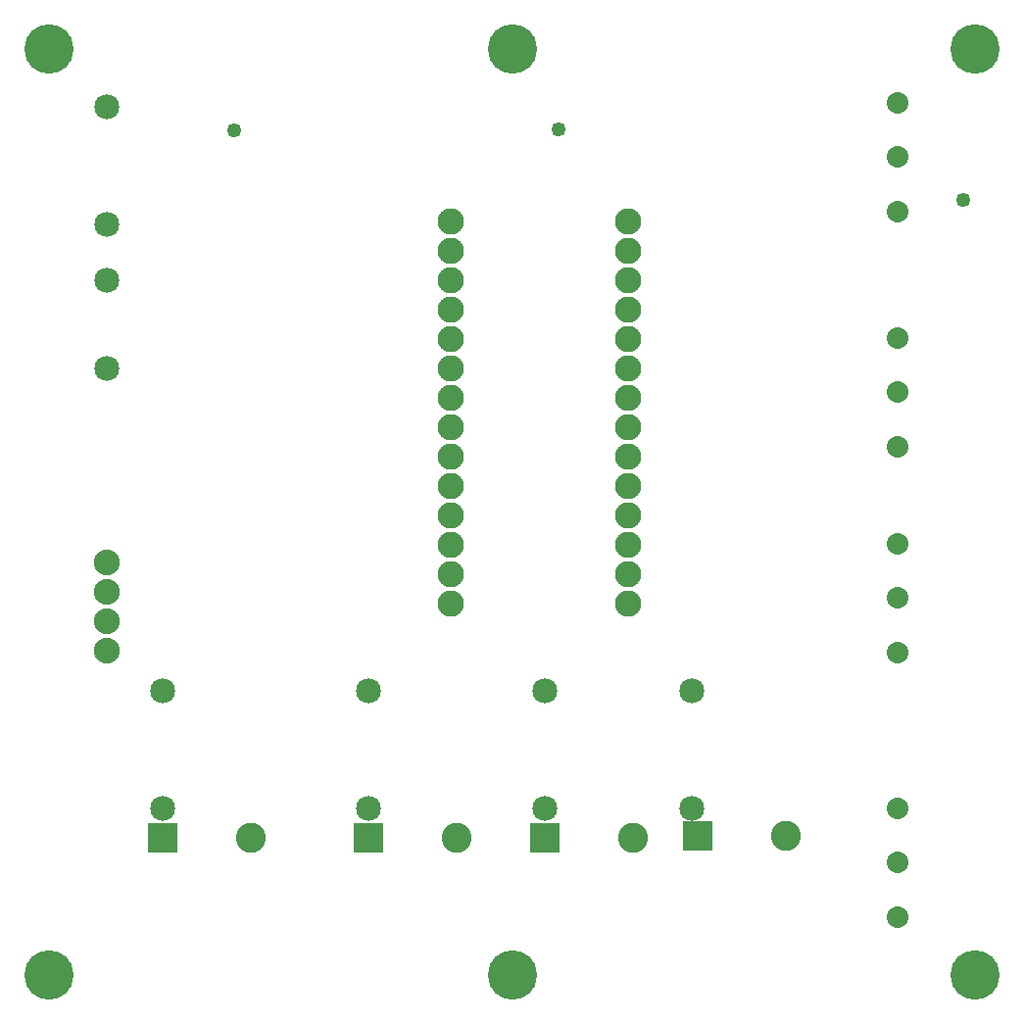
<source format=gts>
G04 MADE WITH FRITZING*
G04 WWW.FRITZING.ORG*
G04 DOUBLE SIDED*
G04 HOLES PLATED*
G04 CONTOUR ON CENTER OF CONTOUR VECTOR*
%ASAXBY*%
%FSLAX23Y23*%
%MOIN*%
%OFA0B0*%
%SFA1.0B1.0*%
%ADD10C,0.088000*%
%ADD11C,0.089370*%
%ADD12C,0.049370*%
%ADD13C,0.102000*%
%ADD14C,0.085000*%
%ADD15C,0.073307*%
%ADD16C,0.167480*%
%ADD17R,0.102000X0.102000*%
%LNMASK1*%
G90*
G70*
G54D10*
X409Y1615D03*
X409Y1515D03*
X409Y1415D03*
X409Y1315D03*
G54D11*
X1580Y2775D03*
X1580Y2675D03*
X1580Y2575D03*
X1580Y2475D03*
X1580Y2375D03*
X1580Y2275D03*
X1580Y2175D03*
X1580Y2075D03*
X1580Y1975D03*
X1580Y1875D03*
X1580Y1775D03*
X1580Y1675D03*
X1580Y1575D03*
X1580Y1475D03*
X2181Y2776D03*
X2181Y2676D03*
X2181Y2576D03*
X2181Y2476D03*
X2181Y2376D03*
X2181Y2276D03*
X2181Y2176D03*
X2181Y2076D03*
X2181Y1976D03*
X2181Y1876D03*
X2181Y1776D03*
X2181Y1676D03*
X2181Y1576D03*
X2181Y1476D03*
G54D12*
X843Y3086D03*
X3322Y2851D03*
G54D13*
X1299Y681D03*
X1599Y681D03*
X599Y681D03*
X899Y681D03*
X1899Y681D03*
X2199Y681D03*
X2417Y685D03*
X2717Y685D03*
G54D14*
X409Y2575D03*
X409Y2275D03*
X409Y3166D03*
X409Y2766D03*
G54D15*
X3099Y781D03*
X3099Y595D03*
X3100Y411D03*
X3099Y781D03*
X3099Y595D03*
X3100Y411D03*
X3099Y1681D03*
X3099Y1495D03*
X3100Y1311D03*
X3099Y1681D03*
X3099Y1495D03*
X3100Y1311D03*
X3099Y3181D03*
X3099Y2995D03*
X3100Y2811D03*
X3099Y3181D03*
X3099Y2995D03*
X3100Y2811D03*
X3099Y2381D03*
X3099Y2195D03*
X3100Y2011D03*
X3099Y2381D03*
X3099Y2195D03*
X3100Y2011D03*
G54D14*
X2399Y781D03*
X2399Y1181D03*
X1899Y781D03*
X1899Y1181D03*
X1299Y781D03*
X1299Y1181D03*
X599Y781D03*
X599Y1181D03*
G54D12*
X843Y3086D03*
X1946Y3089D03*
G54D16*
X1787Y213D03*
X1787Y3362D03*
X212Y213D03*
X212Y3362D03*
X3362Y3362D03*
X3362Y213D03*
G54D17*
X1299Y681D03*
X599Y681D03*
X1899Y681D03*
X2417Y685D03*
G04 End of Mask1*
M02*
</source>
